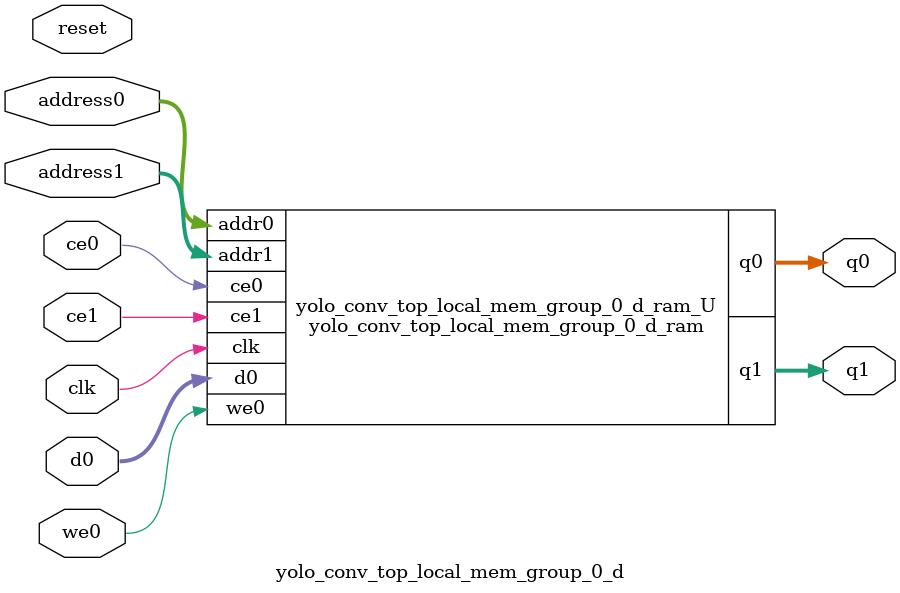
<source format=v>
`timescale 1 ns / 1 ps
module yolo_conv_top_local_mem_group_0_d_ram (addr0, ce0, d0, we0, q0, addr1, ce1, q1,  clk);

parameter DWIDTH = 16;
parameter AWIDTH = 7;
parameter MEM_SIZE = 128;

input[AWIDTH-1:0] addr0;
input ce0;
input[DWIDTH-1:0] d0;
input we0;
output reg[DWIDTH-1:0] q0;
input[AWIDTH-1:0] addr1;
input ce1;
output reg[DWIDTH-1:0] q1;
input clk;

(* ram_style = "block" *)reg [DWIDTH-1:0] ram[0:MEM_SIZE-1];




always @(posedge clk)  
begin 
    if (ce0) 
    begin
        if (we0) 
        begin 
            ram[addr0] <= d0; 
        end 
        q0 <= ram[addr0];
    end
end


always @(posedge clk)  
begin 
    if (ce1) 
    begin
        q1 <= ram[addr1];
    end
end


endmodule

`timescale 1 ns / 1 ps
module yolo_conv_top_local_mem_group_0_d(
    reset,
    clk,
    address0,
    ce0,
    we0,
    d0,
    q0,
    address1,
    ce1,
    q1);

parameter DataWidth = 32'd16;
parameter AddressRange = 32'd128;
parameter AddressWidth = 32'd7;
input reset;
input clk;
input[AddressWidth - 1:0] address0;
input ce0;
input we0;
input[DataWidth - 1:0] d0;
output[DataWidth - 1:0] q0;
input[AddressWidth - 1:0] address1;
input ce1;
output[DataWidth - 1:0] q1;



yolo_conv_top_local_mem_group_0_d_ram yolo_conv_top_local_mem_group_0_d_ram_U(
    .clk( clk ),
    .addr0( address0 ),
    .ce0( ce0 ),
    .we0( we0 ),
    .d0( d0 ),
    .q0( q0 ),
    .addr1( address1 ),
    .ce1( ce1 ),
    .q1( q1 ));

endmodule


</source>
